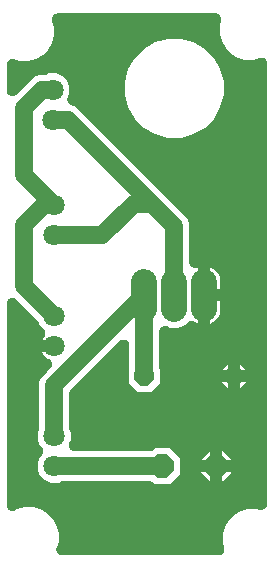
<source format=gbr>
G04 EAGLE Gerber RS-274X export*
G75*
%MOMM*%
%FSLAX34Y34*%
%LPD*%
%INBottom Copper*%
%IPPOS*%
%AMOC8*
5,1,8,0,0,1.08239X$1,22.5*%
G01*
%ADD10C,2.235200*%
%ADD11P,1.759533X8X202.500000*%
%ADD12C,1.800000*%
%ADD13P,2.199416X8X202.500000*%
%ADD14C,1.500000*%

G36*
X-114838Y-392926D02*
X-114838Y-392926D01*
X-114631Y-392922D01*
X-114522Y-392906D01*
X-114413Y-392899D01*
X-114210Y-392860D01*
X-114005Y-392830D01*
X-113900Y-392801D01*
X-113792Y-392780D01*
X-113595Y-392716D01*
X-113396Y-392660D01*
X-113296Y-392618D01*
X-113191Y-392583D01*
X-113004Y-392495D01*
X-112814Y-392414D01*
X-112720Y-392360D01*
X-112620Y-392313D01*
X-112446Y-392201D01*
X-112267Y-392097D01*
X-112180Y-392031D01*
X-112088Y-391972D01*
X-111929Y-391839D01*
X-111765Y-391714D01*
X-111687Y-391637D01*
X-111603Y-391567D01*
X-111462Y-391415D01*
X-111315Y-391270D01*
X-111247Y-391184D01*
X-111173Y-391103D01*
X-111052Y-390936D01*
X-110924Y-390773D01*
X-110868Y-390679D01*
X-110804Y-390590D01*
X-110706Y-390408D01*
X-110600Y-390230D01*
X-110556Y-390130D01*
X-110504Y-390034D01*
X-110429Y-389841D01*
X-110346Y-389651D01*
X-110316Y-389546D01*
X-110276Y-389444D01*
X-110226Y-389243D01*
X-110168Y-389045D01*
X-110151Y-388936D01*
X-110124Y-388830D01*
X-110101Y-388625D01*
X-110068Y-388421D01*
X-110064Y-388311D01*
X-110051Y-388203D01*
X-110054Y-387996D01*
X-110047Y-387789D01*
X-110057Y-387680D01*
X-110058Y-387570D01*
X-110086Y-387366D01*
X-110106Y-387160D01*
X-110132Y-387037D01*
X-110145Y-386944D01*
X-110177Y-386826D01*
X-110215Y-386646D01*
X-111521Y-381772D01*
X-111521Y-375148D01*
X-109806Y-368748D01*
X-106494Y-363011D01*
X-101809Y-358326D01*
X-96072Y-355014D01*
X-89672Y-353299D01*
X-83048Y-353299D01*
X-79954Y-354128D01*
X-79751Y-354169D01*
X-79550Y-354219D01*
X-79442Y-354231D01*
X-79334Y-354253D01*
X-79128Y-354268D01*
X-78923Y-354292D01*
X-78813Y-354290D01*
X-78704Y-354298D01*
X-78497Y-354287D01*
X-78290Y-354285D01*
X-78182Y-354270D01*
X-78073Y-354264D01*
X-77869Y-354227D01*
X-77664Y-354198D01*
X-77559Y-354170D01*
X-77451Y-354150D01*
X-77253Y-354087D01*
X-77054Y-354034D01*
X-76953Y-353992D01*
X-76848Y-353959D01*
X-76661Y-353872D01*
X-76470Y-353793D01*
X-76374Y-353739D01*
X-76275Y-353693D01*
X-76100Y-353583D01*
X-75920Y-353481D01*
X-75832Y-353415D01*
X-75740Y-353357D01*
X-75579Y-353225D01*
X-75414Y-353102D01*
X-75336Y-353026D01*
X-75251Y-352956D01*
X-75109Y-352806D01*
X-74960Y-352662D01*
X-74892Y-352576D01*
X-74817Y-352497D01*
X-74695Y-352330D01*
X-74566Y-352168D01*
X-74509Y-352074D01*
X-74444Y-351986D01*
X-74344Y-351805D01*
X-74236Y-351628D01*
X-74192Y-351528D01*
X-74139Y-351433D01*
X-74062Y-351240D01*
X-73978Y-351052D01*
X-73946Y-350947D01*
X-73906Y-350845D01*
X-73854Y-350645D01*
X-73794Y-350447D01*
X-73776Y-350339D01*
X-73749Y-350233D01*
X-73723Y-350027D01*
X-73688Y-349824D01*
X-73682Y-349698D01*
X-73670Y-349606D01*
X-73670Y-349482D01*
X-73661Y-349299D01*
X-73661Y23590D01*
X-73674Y23796D01*
X-73678Y24003D01*
X-73694Y24112D01*
X-73701Y24221D01*
X-73740Y24424D01*
X-73770Y24628D01*
X-73799Y24734D01*
X-73820Y24841D01*
X-73884Y25038D01*
X-73940Y25237D01*
X-73982Y25338D01*
X-74017Y25442D01*
X-74105Y25629D01*
X-74186Y25820D01*
X-74240Y25914D01*
X-74287Y26013D01*
X-74399Y26187D01*
X-74503Y26366D01*
X-74569Y26453D01*
X-74628Y26546D01*
X-74761Y26705D01*
X-74886Y26869D01*
X-74963Y26947D01*
X-75033Y27031D01*
X-75185Y27171D01*
X-75330Y27319D01*
X-75416Y27387D01*
X-75497Y27461D01*
X-75665Y27581D01*
X-75827Y27709D01*
X-75921Y27765D01*
X-76010Y27829D01*
X-76192Y27927D01*
X-76370Y28034D01*
X-76470Y28078D01*
X-76566Y28130D01*
X-76759Y28204D01*
X-76949Y28287D01*
X-77054Y28318D01*
X-77156Y28358D01*
X-77357Y28407D01*
X-77555Y28466D01*
X-77663Y28483D01*
X-77770Y28509D01*
X-77975Y28533D01*
X-78179Y28566D01*
X-78289Y28570D01*
X-78397Y28582D01*
X-78604Y28580D01*
X-78811Y28587D01*
X-78920Y28577D01*
X-79030Y28575D01*
X-79234Y28547D01*
X-79440Y28528D01*
X-79563Y28502D01*
X-79656Y28489D01*
X-79774Y28457D01*
X-79954Y28419D01*
X-85588Y26909D01*
X-92212Y26909D01*
X-98612Y28624D01*
X-104349Y31936D01*
X-109034Y36621D01*
X-112346Y42358D01*
X-114061Y48758D01*
X-114061Y55382D01*
X-112891Y59746D01*
X-112851Y59949D01*
X-112801Y60150D01*
X-112788Y60258D01*
X-112767Y60366D01*
X-112752Y60572D01*
X-112728Y60777D01*
X-112729Y60887D01*
X-112721Y60996D01*
X-112733Y61203D01*
X-112735Y61410D01*
X-112750Y61518D01*
X-112756Y61627D01*
X-112793Y61831D01*
X-112821Y62036D01*
X-112850Y62142D01*
X-112870Y62249D01*
X-112932Y62446D01*
X-112986Y62646D01*
X-113028Y62747D01*
X-113061Y62852D01*
X-113148Y63039D01*
X-113227Y63230D01*
X-113281Y63326D01*
X-113327Y63425D01*
X-113437Y63600D01*
X-113539Y63780D01*
X-113605Y63868D01*
X-113663Y63960D01*
X-113794Y64120D01*
X-113918Y64286D01*
X-113994Y64364D01*
X-114064Y64449D01*
X-114214Y64591D01*
X-114358Y64740D01*
X-114444Y64808D01*
X-114523Y64883D01*
X-114690Y65005D01*
X-114852Y65134D01*
X-114945Y65191D01*
X-115034Y65256D01*
X-115215Y65356D01*
X-115391Y65464D01*
X-115491Y65508D01*
X-115587Y65561D01*
X-115779Y65638D01*
X-115968Y65722D01*
X-116073Y65754D01*
X-116175Y65794D01*
X-116375Y65846D01*
X-116573Y65906D01*
X-116681Y65924D01*
X-116787Y65951D01*
X-116992Y65977D01*
X-117196Y66012D01*
X-117322Y66018D01*
X-117414Y66030D01*
X-117537Y66030D01*
X-117720Y66039D01*
X-250920Y66039D01*
X-251126Y66026D01*
X-251333Y66022D01*
X-251442Y66006D01*
X-251551Y65999D01*
X-251754Y65960D01*
X-251958Y65930D01*
X-252064Y65901D01*
X-252171Y65880D01*
X-252368Y65816D01*
X-252567Y65760D01*
X-252668Y65718D01*
X-252772Y65683D01*
X-252959Y65595D01*
X-253150Y65514D01*
X-253244Y65460D01*
X-253343Y65413D01*
X-253517Y65301D01*
X-253696Y65197D01*
X-253783Y65131D01*
X-253876Y65072D01*
X-254035Y64939D01*
X-254199Y64814D01*
X-254277Y64737D01*
X-254361Y64667D01*
X-254501Y64515D01*
X-254649Y64370D01*
X-254717Y64284D01*
X-254791Y64203D01*
X-254911Y64035D01*
X-255039Y63873D01*
X-255095Y63779D01*
X-255159Y63690D01*
X-255257Y63508D01*
X-255364Y63330D01*
X-255408Y63230D01*
X-255460Y63134D01*
X-255534Y62941D01*
X-255617Y62751D01*
X-255648Y62646D01*
X-255688Y62544D01*
X-255737Y62343D01*
X-255796Y62145D01*
X-255813Y62037D01*
X-255839Y61930D01*
X-255863Y61725D01*
X-255896Y61521D01*
X-255900Y61411D01*
X-255912Y61303D01*
X-255910Y61096D01*
X-255917Y60889D01*
X-255907Y60780D01*
X-255905Y60670D01*
X-255877Y60466D01*
X-255858Y60260D01*
X-255832Y60137D01*
X-255819Y60044D01*
X-255787Y59926D01*
X-255749Y59746D01*
X-254239Y54112D01*
X-254239Y47488D01*
X-255954Y41088D01*
X-259266Y35351D01*
X-263951Y30666D01*
X-269688Y27354D01*
X-276088Y25639D01*
X-282712Y25639D01*
X-288146Y27095D01*
X-288349Y27136D01*
X-288550Y27186D01*
X-288658Y27198D01*
X-288766Y27220D01*
X-288972Y27235D01*
X-289177Y27259D01*
X-289287Y27257D01*
X-289396Y27265D01*
X-289603Y27254D01*
X-289810Y27252D01*
X-289918Y27237D01*
X-290027Y27231D01*
X-290231Y27194D01*
X-290436Y27165D01*
X-290542Y27137D01*
X-290649Y27117D01*
X-290846Y27055D01*
X-291046Y27001D01*
X-291147Y26959D01*
X-291252Y26926D01*
X-291439Y26839D01*
X-291630Y26760D01*
X-291726Y26706D01*
X-291825Y26660D01*
X-292000Y26550D01*
X-292180Y26448D01*
X-292268Y26382D01*
X-292360Y26324D01*
X-292520Y26193D01*
X-292686Y26069D01*
X-292764Y25992D01*
X-292849Y25923D01*
X-292991Y25773D01*
X-293140Y25629D01*
X-293208Y25543D01*
X-293283Y25464D01*
X-293405Y25297D01*
X-293534Y25135D01*
X-293592Y25041D01*
X-293656Y24953D01*
X-293756Y24772D01*
X-293864Y24595D01*
X-293908Y24495D01*
X-293961Y24400D01*
X-294038Y24207D01*
X-294122Y24019D01*
X-294154Y23914D01*
X-294194Y23812D01*
X-294246Y23612D01*
X-294306Y23414D01*
X-294324Y23306D01*
X-294351Y23200D01*
X-294377Y22994D01*
X-294412Y22791D01*
X-294418Y22665D01*
X-294430Y22573D01*
X-294430Y22449D01*
X-294439Y22266D01*
X-294439Y852D01*
X-294423Y602D01*
X-294414Y350D01*
X-294403Y286D01*
X-294399Y221D01*
X-294352Y-25D01*
X-294311Y-273D01*
X-294292Y-336D01*
X-294280Y-400D01*
X-294202Y-639D01*
X-294130Y-879D01*
X-294104Y-938D01*
X-294083Y-1001D01*
X-293976Y-1228D01*
X-293874Y-1457D01*
X-293841Y-1513D01*
X-293813Y-1572D01*
X-293677Y-1783D01*
X-293548Y-1998D01*
X-293507Y-2049D01*
X-293472Y-2104D01*
X-293311Y-2296D01*
X-293155Y-2493D01*
X-293108Y-2539D01*
X-293067Y-2589D01*
X-292883Y-2760D01*
X-292703Y-2935D01*
X-292651Y-2975D01*
X-292603Y-3019D01*
X-292400Y-3165D01*
X-292199Y-3317D01*
X-292143Y-3350D01*
X-292090Y-3388D01*
X-291869Y-3507D01*
X-291651Y-3632D01*
X-291591Y-3657D01*
X-291534Y-3688D01*
X-291300Y-3778D01*
X-291068Y-3875D01*
X-291005Y-3892D01*
X-290944Y-3916D01*
X-290700Y-3976D01*
X-290458Y-4043D01*
X-290394Y-4052D01*
X-290330Y-4068D01*
X-290082Y-4096D01*
X-289833Y-4132D01*
X-289767Y-4133D01*
X-289703Y-4141D01*
X-289452Y-4138D01*
X-289201Y-4142D01*
X-289136Y-4134D01*
X-289070Y-4134D01*
X-288822Y-4099D01*
X-288572Y-4072D01*
X-288509Y-4056D01*
X-288444Y-4047D01*
X-288202Y-3982D01*
X-287958Y-3923D01*
X-287897Y-3899D01*
X-287834Y-3883D01*
X-287603Y-3787D01*
X-287367Y-3698D01*
X-287310Y-3667D01*
X-287250Y-3642D01*
X-287031Y-3518D01*
X-286810Y-3400D01*
X-286757Y-3362D01*
X-286700Y-3330D01*
X-286499Y-3179D01*
X-286295Y-3034D01*
X-286240Y-2985D01*
X-286194Y-2951D01*
X-286094Y-2853D01*
X-285904Y-2683D01*
X-285824Y-2602D01*
X-285823Y-2601D01*
X-271286Y11935D01*
X-266663Y13851D01*
X-262687Y13851D01*
X-262600Y13856D01*
X-262514Y13854D01*
X-262285Y13876D01*
X-262056Y13891D01*
X-261971Y13907D01*
X-261885Y13915D01*
X-261661Y13967D01*
X-261435Y14010D01*
X-261353Y14037D01*
X-261268Y14056D01*
X-260954Y14167D01*
X-260834Y14207D01*
X-260808Y14219D01*
X-260773Y14231D01*
X-258071Y15351D01*
X-252469Y15351D01*
X-247294Y13207D01*
X-243333Y9246D01*
X-241189Y4071D01*
X-241189Y-1531D01*
X-242654Y-5067D01*
X-242714Y-5242D01*
X-242783Y-5413D01*
X-242816Y-5541D01*
X-242858Y-5665D01*
X-242896Y-5846D01*
X-242942Y-6025D01*
X-242959Y-6156D01*
X-242986Y-6284D01*
X-243000Y-6468D01*
X-243024Y-6652D01*
X-243024Y-6783D01*
X-243034Y-6914D01*
X-243025Y-7099D01*
X-243025Y-7284D01*
X-243009Y-7414D01*
X-243002Y-7546D01*
X-242970Y-7728D01*
X-242947Y-7911D01*
X-242914Y-8038D01*
X-242891Y-8168D01*
X-242836Y-8344D01*
X-242790Y-8524D01*
X-242742Y-8646D01*
X-242703Y-8771D01*
X-242626Y-8939D01*
X-242557Y-9111D01*
X-242494Y-9227D01*
X-242439Y-9346D01*
X-242342Y-9502D01*
X-242252Y-9665D01*
X-242175Y-9771D01*
X-242106Y-9883D01*
X-241989Y-10026D01*
X-241880Y-10175D01*
X-241789Y-10271D01*
X-241707Y-10373D01*
X-241573Y-10500D01*
X-241446Y-10635D01*
X-241344Y-10719D01*
X-241249Y-10809D01*
X-241100Y-10919D01*
X-240957Y-11036D01*
X-240846Y-11106D01*
X-240740Y-11184D01*
X-240579Y-11274D01*
X-240422Y-11373D01*
X-240284Y-11439D01*
X-240188Y-11492D01*
X-240087Y-11533D01*
X-239948Y-11599D01*
X-235444Y-13465D01*
X-141735Y-107174D01*
X-139819Y-111797D01*
X-139819Y-144525D01*
X-139805Y-144742D01*
X-139800Y-144960D01*
X-139786Y-145058D01*
X-139779Y-145156D01*
X-139738Y-145370D01*
X-139706Y-145585D01*
X-139679Y-145680D01*
X-139660Y-145777D01*
X-139592Y-145984D01*
X-139533Y-146193D01*
X-139494Y-146284D01*
X-139463Y-146377D01*
X-139370Y-146574D01*
X-139285Y-146775D01*
X-139235Y-146859D01*
X-139193Y-146949D01*
X-139075Y-147132D01*
X-138965Y-147320D01*
X-138905Y-147398D01*
X-138852Y-147481D01*
X-138712Y-147648D01*
X-138579Y-147821D01*
X-138510Y-147890D01*
X-138447Y-147966D01*
X-138287Y-148114D01*
X-138133Y-148269D01*
X-138056Y-148329D01*
X-137983Y-148396D01*
X-137807Y-148523D01*
X-137635Y-148657D01*
X-137550Y-148707D01*
X-137470Y-148764D01*
X-137279Y-148868D01*
X-137091Y-148979D01*
X-137000Y-149018D01*
X-136914Y-149065D01*
X-136710Y-149143D01*
X-136511Y-149230D01*
X-136416Y-149257D01*
X-136324Y-149293D01*
X-136112Y-149345D01*
X-135903Y-149406D01*
X-135806Y-149421D01*
X-135710Y-149444D01*
X-135494Y-149470D01*
X-135279Y-149503D01*
X-135180Y-149506D01*
X-135083Y-149517D01*
X-134865Y-149515D01*
X-134647Y-149521D01*
X-134549Y-149512D01*
X-134450Y-149511D01*
X-134235Y-149481D01*
X-134018Y-149460D01*
X-133922Y-149438D01*
X-133824Y-149424D01*
X-133614Y-149367D01*
X-133402Y-149319D01*
X-133296Y-149282D01*
X-133214Y-149259D01*
X-133095Y-149210D01*
X-132907Y-149144D01*
X-131999Y-148768D01*
X-131999Y-172720D01*
X-131999Y-196672D01*
X-133080Y-196225D01*
X-134637Y-195326D01*
X-134668Y-195302D01*
X-134812Y-195205D01*
X-134951Y-195100D01*
X-135075Y-195029D01*
X-135193Y-194949D01*
X-135348Y-194872D01*
X-135499Y-194785D01*
X-135631Y-194730D01*
X-135758Y-194666D01*
X-135922Y-194608D01*
X-136083Y-194541D01*
X-136220Y-194504D01*
X-136354Y-194456D01*
X-136524Y-194420D01*
X-136692Y-194374D01*
X-136833Y-194353D01*
X-136972Y-194324D01*
X-137145Y-194309D01*
X-137318Y-194284D01*
X-137460Y-194282D01*
X-137602Y-194270D01*
X-137776Y-194277D01*
X-137950Y-194274D01*
X-138091Y-194290D01*
X-138233Y-194296D01*
X-138405Y-194325D01*
X-138578Y-194344D01*
X-138716Y-194378D01*
X-138856Y-194402D01*
X-139023Y-194452D01*
X-139192Y-194493D01*
X-139325Y-194544D01*
X-139461Y-194585D01*
X-139620Y-194656D01*
X-139783Y-194718D01*
X-139908Y-194785D01*
X-140038Y-194843D01*
X-140187Y-194934D01*
X-140341Y-195016D01*
X-140457Y-195098D01*
X-140578Y-195172D01*
X-140714Y-195281D01*
X-140856Y-195382D01*
X-140981Y-195494D01*
X-141072Y-195567D01*
X-141143Y-195639D01*
X-141246Y-195733D01*
X-143191Y-197678D01*
X-149166Y-200153D01*
X-155634Y-200153D01*
X-158307Y-199045D01*
X-158513Y-198975D01*
X-158716Y-198896D01*
X-158812Y-198873D01*
X-158905Y-198841D01*
X-159118Y-198797D01*
X-159330Y-198745D01*
X-159428Y-198733D01*
X-159524Y-198714D01*
X-159741Y-198697D01*
X-159957Y-198672D01*
X-160056Y-198673D01*
X-160154Y-198665D01*
X-160372Y-198676D01*
X-160590Y-198679D01*
X-160687Y-198692D01*
X-160786Y-198697D01*
X-161000Y-198735D01*
X-161216Y-198765D01*
X-161311Y-198791D01*
X-161408Y-198808D01*
X-161616Y-198873D01*
X-161826Y-198930D01*
X-161917Y-198967D01*
X-162011Y-198997D01*
X-162209Y-199088D01*
X-162410Y-199170D01*
X-162496Y-199219D01*
X-162586Y-199260D01*
X-162771Y-199375D01*
X-162960Y-199483D01*
X-163039Y-199542D01*
X-163123Y-199594D01*
X-163292Y-199731D01*
X-163466Y-199862D01*
X-163536Y-199930D01*
X-163613Y-199993D01*
X-163763Y-200150D01*
X-163920Y-200302D01*
X-163981Y-200379D01*
X-164049Y-200450D01*
X-164178Y-200625D01*
X-164314Y-200795D01*
X-164366Y-200880D01*
X-164424Y-200959D01*
X-164530Y-201149D01*
X-164644Y-201335D01*
X-164684Y-201425D01*
X-164732Y-201511D01*
X-164813Y-201713D01*
X-164902Y-201912D01*
X-164931Y-202006D01*
X-164967Y-202098D01*
X-165022Y-202308D01*
X-165086Y-202517D01*
X-165102Y-202614D01*
X-165127Y-202709D01*
X-165155Y-202925D01*
X-165192Y-203140D01*
X-165198Y-203252D01*
X-165208Y-203336D01*
X-165209Y-203465D01*
X-165219Y-203664D01*
X-165219Y-233130D01*
X-165212Y-233249D01*
X-165214Y-233368D01*
X-165192Y-233564D01*
X-165179Y-233761D01*
X-165157Y-233878D01*
X-165144Y-233997D01*
X-165097Y-234188D01*
X-165060Y-234382D01*
X-165023Y-234495D01*
X-164995Y-234611D01*
X-164925Y-234795D01*
X-164863Y-234982D01*
X-164812Y-235090D01*
X-164770Y-235202D01*
X-164677Y-235375D01*
X-164593Y-235553D01*
X-164591Y-235556D01*
X-164591Y-246771D01*
X-172329Y-254509D01*
X-183271Y-254509D01*
X-191009Y-246771D01*
X-191009Y-235545D01*
X-190956Y-235459D01*
X-190876Y-235279D01*
X-190787Y-235104D01*
X-190747Y-234991D01*
X-190698Y-234882D01*
X-190641Y-234694D01*
X-190574Y-234508D01*
X-190549Y-234392D01*
X-190514Y-234277D01*
X-190481Y-234083D01*
X-190439Y-233891D01*
X-190428Y-233772D01*
X-190408Y-233654D01*
X-190395Y-233401D01*
X-190382Y-233261D01*
X-190385Y-233203D01*
X-190381Y-233130D01*
X-190381Y-215162D01*
X-190397Y-214912D01*
X-190406Y-214661D01*
X-190417Y-214596D01*
X-190421Y-214531D01*
X-190468Y-214285D01*
X-190509Y-214038D01*
X-190528Y-213975D01*
X-190540Y-213910D01*
X-190618Y-213672D01*
X-190690Y-213432D01*
X-190716Y-213372D01*
X-190737Y-213309D01*
X-190844Y-213083D01*
X-190945Y-212854D01*
X-190979Y-212798D01*
X-191007Y-212738D01*
X-191143Y-212527D01*
X-191272Y-212313D01*
X-191313Y-212261D01*
X-191348Y-212206D01*
X-191509Y-212014D01*
X-191664Y-211817D01*
X-191711Y-211771D01*
X-191753Y-211721D01*
X-191937Y-211550D01*
X-192116Y-211375D01*
X-192168Y-211335D01*
X-192217Y-211291D01*
X-192420Y-211145D01*
X-192620Y-210994D01*
X-192677Y-210961D01*
X-192730Y-210923D01*
X-192950Y-210804D01*
X-193168Y-210679D01*
X-193229Y-210653D01*
X-193286Y-210622D01*
X-193520Y-210532D01*
X-193751Y-210435D01*
X-193815Y-210418D01*
X-193876Y-210394D01*
X-194119Y-210334D01*
X-194361Y-210268D01*
X-194426Y-210258D01*
X-194490Y-210242D01*
X-194738Y-210214D01*
X-194986Y-210178D01*
X-195052Y-210177D01*
X-195117Y-210169D01*
X-195367Y-210172D01*
X-195618Y-210168D01*
X-195684Y-210176D01*
X-195750Y-210176D01*
X-195997Y-210210D01*
X-196247Y-210238D01*
X-196311Y-210254D01*
X-196376Y-210263D01*
X-196617Y-210328D01*
X-196861Y-210387D01*
X-196923Y-210410D01*
X-196986Y-210428D01*
X-197218Y-210523D01*
X-197452Y-210612D01*
X-197510Y-210643D01*
X-197570Y-210668D01*
X-197789Y-210792D01*
X-198009Y-210910D01*
X-198063Y-210948D01*
X-198120Y-210980D01*
X-198321Y-211131D01*
X-198525Y-211276D01*
X-198579Y-211325D01*
X-198626Y-211359D01*
X-198726Y-211457D01*
X-198915Y-211627D01*
X-239955Y-252667D01*
X-240034Y-252756D01*
X-240120Y-252839D01*
X-240243Y-252993D01*
X-240373Y-253141D01*
X-240440Y-253240D01*
X-240514Y-253333D01*
X-240617Y-253501D01*
X-240727Y-253664D01*
X-240781Y-253771D01*
X-240844Y-253873D01*
X-240924Y-254052D01*
X-241013Y-254228D01*
X-241053Y-254341D01*
X-241102Y-254450D01*
X-241159Y-254638D01*
X-241226Y-254824D01*
X-241251Y-254940D01*
X-241286Y-255054D01*
X-241319Y-255249D01*
X-241361Y-255441D01*
X-241372Y-255560D01*
X-241392Y-255678D01*
X-241405Y-255931D01*
X-241418Y-256071D01*
X-241415Y-256128D01*
X-241419Y-256202D01*
X-241419Y-284683D01*
X-241414Y-284770D01*
X-241416Y-284856D01*
X-241394Y-285085D01*
X-241379Y-285314D01*
X-241363Y-285399D01*
X-241355Y-285485D01*
X-241303Y-285709D01*
X-241260Y-285935D01*
X-241233Y-286017D01*
X-241214Y-286102D01*
X-241103Y-286416D01*
X-241063Y-286536D01*
X-241051Y-286562D01*
X-241039Y-286597D01*
X-239919Y-289299D01*
X-239919Y-294901D01*
X-241206Y-298007D01*
X-241276Y-298213D01*
X-241355Y-298416D01*
X-241378Y-298512D01*
X-241410Y-298605D01*
X-241454Y-298818D01*
X-241506Y-299030D01*
X-241518Y-299128D01*
X-241538Y-299224D01*
X-241554Y-299441D01*
X-241579Y-299657D01*
X-241578Y-299756D01*
X-241586Y-299854D01*
X-241575Y-300072D01*
X-241573Y-300290D01*
X-241559Y-300387D01*
X-241554Y-300486D01*
X-241516Y-300700D01*
X-241486Y-300916D01*
X-241461Y-301011D01*
X-241443Y-301108D01*
X-241378Y-301316D01*
X-241321Y-301526D01*
X-241284Y-301617D01*
X-241255Y-301711D01*
X-241164Y-301909D01*
X-241081Y-302110D01*
X-241032Y-302196D01*
X-240991Y-302286D01*
X-240876Y-302471D01*
X-240769Y-302660D01*
X-240709Y-302739D01*
X-240657Y-302823D01*
X-240520Y-302992D01*
X-240389Y-303166D01*
X-240321Y-303236D01*
X-240259Y-303313D01*
X-240101Y-303463D01*
X-239950Y-303620D01*
X-239872Y-303681D01*
X-239801Y-303749D01*
X-239626Y-303878D01*
X-239456Y-304014D01*
X-239372Y-304066D01*
X-239292Y-304124D01*
X-239102Y-304230D01*
X-238916Y-304344D01*
X-238826Y-304384D01*
X-238740Y-304432D01*
X-238538Y-304513D01*
X-238339Y-304602D01*
X-238245Y-304631D01*
X-238154Y-304667D01*
X-237943Y-304722D01*
X-237735Y-304786D01*
X-237637Y-304802D01*
X-237542Y-304827D01*
X-237326Y-304855D01*
X-237111Y-304892D01*
X-236999Y-304898D01*
X-236915Y-304908D01*
X-236786Y-304909D01*
X-236587Y-304919D01*
X-173604Y-304919D01*
X-173485Y-304912D01*
X-173365Y-304914D01*
X-173169Y-304892D01*
X-172973Y-304879D01*
X-172856Y-304857D01*
X-172737Y-304844D01*
X-172546Y-304797D01*
X-172352Y-304760D01*
X-172239Y-304723D01*
X-172123Y-304695D01*
X-171939Y-304625D01*
X-171751Y-304563D01*
X-171643Y-304512D01*
X-171532Y-304470D01*
X-171359Y-304377D01*
X-171180Y-304293D01*
X-171080Y-304228D01*
X-170974Y-304172D01*
X-170814Y-304058D01*
X-170648Y-303952D01*
X-170556Y-303875D01*
X-170459Y-303806D01*
X-170270Y-303636D01*
X-170163Y-303547D01*
X-170123Y-303504D01*
X-170069Y-303455D01*
X-168873Y-302259D01*
X-156247Y-302259D01*
X-147319Y-311187D01*
X-147319Y-323813D01*
X-156247Y-332741D01*
X-168873Y-332741D01*
X-170069Y-331545D01*
X-170158Y-331466D01*
X-170241Y-331380D01*
X-170395Y-331257D01*
X-170543Y-331127D01*
X-170642Y-331060D01*
X-170735Y-330986D01*
X-170903Y-330883D01*
X-171066Y-330773D01*
X-171173Y-330719D01*
X-171275Y-330656D01*
X-171454Y-330576D01*
X-171630Y-330487D01*
X-171743Y-330447D01*
X-171851Y-330398D01*
X-172040Y-330341D01*
X-172225Y-330274D01*
X-172342Y-330249D01*
X-172456Y-330214D01*
X-172651Y-330181D01*
X-172843Y-330139D01*
X-172962Y-330128D01*
X-173079Y-330108D01*
X-173333Y-330095D01*
X-173472Y-330082D01*
X-173530Y-330085D01*
X-173604Y-330081D01*
X-246583Y-330081D01*
X-246670Y-330086D01*
X-246756Y-330084D01*
X-246985Y-330106D01*
X-247214Y-330121D01*
X-247299Y-330137D01*
X-247385Y-330145D01*
X-247609Y-330197D01*
X-247835Y-330240D01*
X-247917Y-330267D01*
X-248002Y-330286D01*
X-248316Y-330397D01*
X-248436Y-330437D01*
X-248462Y-330449D01*
X-248497Y-330461D01*
X-251199Y-331581D01*
X-256801Y-331581D01*
X-261976Y-329437D01*
X-265937Y-325476D01*
X-268081Y-320301D01*
X-268081Y-314699D01*
X-265937Y-309524D01*
X-264748Y-308335D01*
X-264626Y-308196D01*
X-264497Y-308064D01*
X-264417Y-307959D01*
X-264330Y-307861D01*
X-264226Y-307707D01*
X-264115Y-307560D01*
X-264050Y-307446D01*
X-263976Y-307337D01*
X-263892Y-307172D01*
X-263800Y-307012D01*
X-263749Y-306891D01*
X-263690Y-306774D01*
X-263628Y-306599D01*
X-263557Y-306429D01*
X-263522Y-306302D01*
X-263478Y-306178D01*
X-263438Y-305998D01*
X-263389Y-305819D01*
X-263370Y-305689D01*
X-263342Y-305561D01*
X-263326Y-305377D01*
X-263299Y-305193D01*
X-263297Y-305062D01*
X-263286Y-304931D01*
X-263292Y-304746D01*
X-263290Y-304561D01*
X-263304Y-304431D01*
X-263309Y-304300D01*
X-263339Y-304117D01*
X-263360Y-303933D01*
X-263391Y-303805D01*
X-263412Y-303676D01*
X-263465Y-303499D01*
X-263508Y-303319D01*
X-263555Y-303196D01*
X-263593Y-303070D01*
X-263667Y-302901D01*
X-263733Y-302728D01*
X-263795Y-302612D01*
X-263848Y-302492D01*
X-263944Y-302334D01*
X-264031Y-302171D01*
X-264107Y-302064D01*
X-264175Y-301951D01*
X-264290Y-301806D01*
X-264397Y-301655D01*
X-264500Y-301541D01*
X-264567Y-301455D01*
X-264645Y-301379D01*
X-264748Y-301265D01*
X-265937Y-300076D01*
X-268081Y-294901D01*
X-268081Y-289299D01*
X-266961Y-286597D01*
X-266933Y-286515D01*
X-266898Y-286436D01*
X-266831Y-286216D01*
X-266757Y-285998D01*
X-266739Y-285914D01*
X-266714Y-285831D01*
X-266676Y-285604D01*
X-266629Y-285379D01*
X-266623Y-285293D01*
X-266608Y-285208D01*
X-266591Y-284875D01*
X-266581Y-284749D01*
X-266583Y-284720D01*
X-266581Y-284683D01*
X-266581Y-246417D01*
X-264665Y-241794D01*
X-260424Y-237552D01*
X-260423Y-237551D01*
X-257355Y-234484D01*
X-257211Y-234320D01*
X-257061Y-234162D01*
X-257003Y-234083D01*
X-256938Y-234009D01*
X-256816Y-233829D01*
X-256686Y-233654D01*
X-256638Y-233567D01*
X-256583Y-233486D01*
X-256485Y-233292D01*
X-256378Y-233101D01*
X-256342Y-233010D01*
X-256297Y-232922D01*
X-256224Y-232717D01*
X-256143Y-232515D01*
X-256118Y-232420D01*
X-256085Y-232327D01*
X-256038Y-232114D01*
X-255983Y-231903D01*
X-255970Y-231806D01*
X-255949Y-231710D01*
X-255930Y-231493D01*
X-255902Y-231276D01*
X-255902Y-231178D01*
X-255893Y-231080D01*
X-255901Y-230862D01*
X-255900Y-230644D01*
X-255913Y-230547D01*
X-255916Y-230448D01*
X-255952Y-230233D01*
X-255979Y-230017D01*
X-256003Y-229922D01*
X-256019Y-229825D01*
X-256082Y-229616D01*
X-256136Y-229405D01*
X-256172Y-229313D01*
X-256200Y-229219D01*
X-256288Y-229019D01*
X-256368Y-228817D01*
X-256416Y-228731D01*
X-256456Y-228641D01*
X-256568Y-228454D01*
X-256673Y-228264D01*
X-256731Y-228184D01*
X-256782Y-228100D01*
X-256917Y-227929D01*
X-257046Y-227753D01*
X-257114Y-227681D01*
X-257175Y-227604D01*
X-257330Y-227452D01*
X-257480Y-227293D01*
X-257556Y-227231D01*
X-257626Y-227162D01*
X-257800Y-227030D01*
X-257968Y-226892D01*
X-258052Y-226840D01*
X-258130Y-226780D01*
X-258319Y-226672D01*
X-258504Y-226556D01*
X-258605Y-226508D01*
X-258678Y-226465D01*
X-258797Y-226416D01*
X-258977Y-226330D01*
X-259115Y-226273D01*
X-260426Y-225516D01*
X-261626Y-224595D01*
X-262695Y-223526D01*
X-263616Y-222326D01*
X-264373Y-221015D01*
X-264421Y-220899D01*
X-254000Y-220899D01*
X-253816Y-220888D01*
X-253631Y-220886D01*
X-253501Y-220868D01*
X-253370Y-220859D01*
X-253188Y-220825D01*
X-253005Y-220799D01*
X-252878Y-220765D01*
X-252749Y-220740D01*
X-252573Y-220683D01*
X-252394Y-220634D01*
X-252273Y-220585D01*
X-252148Y-220544D01*
X-251981Y-220464D01*
X-251810Y-220394D01*
X-251696Y-220329D01*
X-251577Y-220273D01*
X-251421Y-220173D01*
X-251260Y-220082D01*
X-251155Y-220003D01*
X-251045Y-219932D01*
X-250902Y-219813D01*
X-250755Y-219702D01*
X-250660Y-219611D01*
X-250559Y-219527D01*
X-250434Y-219391D01*
X-250301Y-219263D01*
X-250219Y-219160D01*
X-250129Y-219064D01*
X-250022Y-218913D01*
X-249906Y-218769D01*
X-249837Y-218656D01*
X-249761Y-218550D01*
X-249673Y-218387D01*
X-249577Y-218229D01*
X-249523Y-218109D01*
X-249461Y-217994D01*
X-249394Y-217821D01*
X-249318Y-217652D01*
X-249280Y-217527D01*
X-249233Y-217404D01*
X-249188Y-217225D01*
X-249135Y-217048D01*
X-249113Y-216918D01*
X-249081Y-216791D01*
X-249060Y-216607D01*
X-249029Y-216424D01*
X-249021Y-216271D01*
X-249008Y-216163D01*
X-249008Y-216162D01*
X-249009Y-216054D01*
X-249001Y-215900D01*
X-249013Y-215715D01*
X-249015Y-215530D01*
X-249033Y-215400D01*
X-249041Y-215269D01*
X-249076Y-215087D01*
X-249101Y-214904D01*
X-249135Y-214777D01*
X-249160Y-214648D01*
X-249218Y-214472D01*
X-249266Y-214294D01*
X-249316Y-214173D01*
X-249357Y-214048D01*
X-249436Y-213880D01*
X-249507Y-213709D01*
X-249571Y-213595D01*
X-249628Y-213476D01*
X-249728Y-213320D01*
X-249819Y-213160D01*
X-249898Y-213055D01*
X-249968Y-212944D01*
X-250087Y-212802D01*
X-250198Y-212654D01*
X-250289Y-212560D01*
X-250374Y-212459D01*
X-250509Y-212333D01*
X-250638Y-212200D01*
X-250741Y-212118D01*
X-250837Y-212029D01*
X-250987Y-211921D01*
X-251132Y-211806D01*
X-251244Y-211737D01*
X-251351Y-211661D01*
X-251513Y-211573D01*
X-251671Y-211476D01*
X-251791Y-211422D01*
X-251907Y-211360D01*
X-252079Y-211293D01*
X-252248Y-211218D01*
X-252374Y-211180D01*
X-252496Y-211132D01*
X-252676Y-211088D01*
X-252853Y-211034D01*
X-252983Y-211012D01*
X-253110Y-210981D01*
X-253293Y-210959D01*
X-253476Y-210928D01*
X-253630Y-210920D01*
X-253738Y-210907D01*
X-253847Y-210909D01*
X-254000Y-210901D01*
X-264421Y-210901D01*
X-264373Y-210785D01*
X-263616Y-209474D01*
X-262518Y-208043D01*
X-262421Y-207898D01*
X-262316Y-207759D01*
X-262244Y-207636D01*
X-262165Y-207518D01*
X-262087Y-207363D01*
X-262001Y-207211D01*
X-261946Y-207080D01*
X-261882Y-206953D01*
X-261824Y-206788D01*
X-261757Y-206628D01*
X-261720Y-206491D01*
X-261672Y-206357D01*
X-261636Y-206186D01*
X-261590Y-206019D01*
X-261569Y-205878D01*
X-261540Y-205739D01*
X-261525Y-205565D01*
X-261500Y-205393D01*
X-261498Y-205250D01*
X-261486Y-205109D01*
X-261493Y-204935D01*
X-261490Y-204761D01*
X-261506Y-204619D01*
X-261512Y-204477D01*
X-261541Y-204306D01*
X-261560Y-204133D01*
X-261594Y-203994D01*
X-261618Y-203854D01*
X-261668Y-203688D01*
X-261709Y-203518D01*
X-261760Y-203385D01*
X-261801Y-203249D01*
X-261872Y-203090D01*
X-261934Y-202928D01*
X-262001Y-202802D01*
X-262059Y-202672D01*
X-262150Y-202523D01*
X-262232Y-202370D01*
X-262314Y-202254D01*
X-262388Y-202132D01*
X-262497Y-201996D01*
X-262598Y-201855D01*
X-262710Y-201729D01*
X-262783Y-201639D01*
X-262855Y-201568D01*
X-262949Y-201464D01*
X-265937Y-198476D01*
X-267057Y-195773D01*
X-267095Y-195696D01*
X-267125Y-195615D01*
X-267233Y-195413D01*
X-267335Y-195206D01*
X-267383Y-195134D01*
X-267423Y-195057D01*
X-267556Y-194870D01*
X-267683Y-194678D01*
X-267739Y-194612D01*
X-267789Y-194542D01*
X-268011Y-194295D01*
X-268094Y-194198D01*
X-268116Y-194178D01*
X-268140Y-194152D01*
X-285905Y-176387D01*
X-286093Y-176221D01*
X-286277Y-176051D01*
X-286330Y-176012D01*
X-286379Y-175969D01*
X-286587Y-175828D01*
X-286790Y-175683D01*
X-286848Y-175651D01*
X-286903Y-175614D01*
X-287127Y-175501D01*
X-287346Y-175382D01*
X-287408Y-175358D01*
X-287466Y-175329D01*
X-287702Y-175244D01*
X-287936Y-175154D01*
X-288000Y-175138D01*
X-288062Y-175116D01*
X-288306Y-175063D01*
X-288550Y-175002D01*
X-288615Y-174995D01*
X-288679Y-174981D01*
X-288929Y-174958D01*
X-289177Y-174929D01*
X-289243Y-174930D01*
X-289309Y-174924D01*
X-289560Y-174934D01*
X-289810Y-174936D01*
X-289874Y-174945D01*
X-289940Y-174948D01*
X-290188Y-174988D01*
X-290436Y-175023D01*
X-290499Y-175040D01*
X-290564Y-175051D01*
X-290804Y-175122D01*
X-291046Y-175188D01*
X-291107Y-175213D01*
X-291170Y-175231D01*
X-291399Y-175333D01*
X-291630Y-175428D01*
X-291688Y-175461D01*
X-291748Y-175487D01*
X-291962Y-175617D01*
X-292180Y-175740D01*
X-292233Y-175780D01*
X-292289Y-175814D01*
X-292486Y-175969D01*
X-292686Y-176119D01*
X-292733Y-176165D01*
X-292785Y-176206D01*
X-292960Y-176385D01*
X-293140Y-176559D01*
X-293181Y-176611D01*
X-293227Y-176658D01*
X-293378Y-176857D01*
X-293534Y-177053D01*
X-293569Y-177109D01*
X-293608Y-177162D01*
X-293733Y-177379D01*
X-293864Y-177593D01*
X-293890Y-177653D01*
X-293923Y-177710D01*
X-294020Y-177941D01*
X-294122Y-178170D01*
X-294141Y-178232D01*
X-294167Y-178293D01*
X-294233Y-178535D01*
X-294306Y-178774D01*
X-294317Y-178839D01*
X-294334Y-178903D01*
X-294370Y-179151D01*
X-294412Y-179397D01*
X-294416Y-179471D01*
X-294424Y-179528D01*
X-294426Y-179668D01*
X-294439Y-179922D01*
X-294439Y-350361D01*
X-294425Y-350589D01*
X-294418Y-350817D01*
X-294405Y-350904D01*
X-294399Y-350991D01*
X-294356Y-351216D01*
X-294321Y-351442D01*
X-294297Y-351526D01*
X-294280Y-351612D01*
X-294209Y-351829D01*
X-294145Y-352049D01*
X-294111Y-352130D01*
X-294083Y-352213D01*
X-293985Y-352420D01*
X-293895Y-352629D01*
X-293850Y-352705D01*
X-293813Y-352784D01*
X-293689Y-352977D01*
X-293573Y-353173D01*
X-293519Y-353243D01*
X-293472Y-353316D01*
X-293325Y-353492D01*
X-293185Y-353672D01*
X-293123Y-353734D01*
X-293067Y-353802D01*
X-292899Y-353957D01*
X-292737Y-354119D01*
X-292668Y-354172D01*
X-292603Y-354232D01*
X-292418Y-354365D01*
X-292236Y-354505D01*
X-292161Y-354549D01*
X-292090Y-354600D01*
X-291889Y-354708D01*
X-291691Y-354824D01*
X-291611Y-354859D01*
X-291534Y-354900D01*
X-291320Y-354983D01*
X-291110Y-355073D01*
X-291026Y-355097D01*
X-290944Y-355128D01*
X-290722Y-355183D01*
X-290502Y-355246D01*
X-290416Y-355259D01*
X-290330Y-355280D01*
X-290103Y-355306D01*
X-289877Y-355341D01*
X-289790Y-355343D01*
X-289703Y-355353D01*
X-289474Y-355350D01*
X-289245Y-355356D01*
X-289158Y-355347D01*
X-289070Y-355346D01*
X-288844Y-355315D01*
X-288616Y-355292D01*
X-288531Y-355272D01*
X-288444Y-355260D01*
X-288223Y-355200D01*
X-288001Y-355148D01*
X-287919Y-355118D01*
X-287834Y-355095D01*
X-287623Y-355008D01*
X-287408Y-354928D01*
X-287320Y-354883D01*
X-287250Y-354854D01*
X-287133Y-354788D01*
X-286940Y-354690D01*
X-285302Y-353744D01*
X-278902Y-352029D01*
X-272278Y-352029D01*
X-265878Y-353744D01*
X-260141Y-357056D01*
X-255456Y-361741D01*
X-252144Y-367478D01*
X-250429Y-373878D01*
X-250429Y-380502D01*
X-252075Y-386646D01*
X-252116Y-386849D01*
X-252166Y-387050D01*
X-252179Y-387158D01*
X-252200Y-387266D01*
X-252215Y-387472D01*
X-252239Y-387677D01*
X-252238Y-387787D01*
X-252246Y-387896D01*
X-252234Y-388103D01*
X-252232Y-388310D01*
X-252217Y-388418D01*
X-252211Y-388527D01*
X-252174Y-388731D01*
X-252146Y-388936D01*
X-252117Y-389041D01*
X-252097Y-389149D01*
X-252035Y-389346D01*
X-251981Y-389546D01*
X-251939Y-389647D01*
X-251906Y-389752D01*
X-251819Y-389939D01*
X-251740Y-390130D01*
X-251686Y-390226D01*
X-251640Y-390325D01*
X-251530Y-390500D01*
X-251428Y-390680D01*
X-251362Y-390768D01*
X-251304Y-390860D01*
X-251173Y-391020D01*
X-251049Y-391186D01*
X-250973Y-391264D01*
X-250903Y-391349D01*
X-250753Y-391491D01*
X-250609Y-391640D01*
X-250523Y-391708D01*
X-250444Y-391783D01*
X-250277Y-391905D01*
X-250115Y-392034D01*
X-250022Y-392091D01*
X-249933Y-392156D01*
X-249752Y-392256D01*
X-249576Y-392364D01*
X-249476Y-392408D01*
X-249380Y-392461D01*
X-249188Y-392537D01*
X-248999Y-392622D01*
X-248894Y-392654D01*
X-248792Y-392694D01*
X-248592Y-392746D01*
X-248394Y-392806D01*
X-248286Y-392824D01*
X-248180Y-392851D01*
X-247975Y-392877D01*
X-247771Y-392912D01*
X-247645Y-392918D01*
X-247553Y-392930D01*
X-247430Y-392930D01*
X-247247Y-392939D01*
X-115044Y-392939D01*
X-114838Y-392926D01*
G37*
%LPC*%
G36*
X-157918Y-39371D02*
X-157918Y-39371D01*
X-168577Y-36515D01*
X-178134Y-30997D01*
X-185937Y-23194D01*
X-191455Y-13637D01*
X-194311Y-2978D01*
X-194311Y8058D01*
X-191455Y18717D01*
X-185937Y28274D01*
X-178134Y36077D01*
X-168577Y41595D01*
X-157918Y44451D01*
X-146882Y44451D01*
X-136223Y41595D01*
X-126666Y36077D01*
X-118863Y28274D01*
X-113345Y18717D01*
X-110489Y8058D01*
X-110489Y-2978D01*
X-113345Y-13637D01*
X-118863Y-23194D01*
X-126666Y-30997D01*
X-136223Y-36515D01*
X-146882Y-39371D01*
X-157918Y-39371D01*
G37*
%LPD*%
%LPC*%
G36*
X-122001Y-177719D02*
X-122001Y-177719D01*
X-113283Y-177719D01*
X-113283Y-184795D01*
X-113518Y-186578D01*
X-113983Y-188314D01*
X-114671Y-189976D01*
X-115570Y-191533D01*
X-116665Y-192960D01*
X-117936Y-194231D01*
X-119363Y-195326D01*
X-120920Y-196225D01*
X-122001Y-196672D01*
X-122001Y-177719D01*
G37*
%LPD*%
%LPC*%
G36*
X-122001Y-167721D02*
X-122001Y-167721D01*
X-122001Y-148768D01*
X-120920Y-149215D01*
X-119363Y-150114D01*
X-117936Y-151209D01*
X-116665Y-152480D01*
X-115570Y-153907D01*
X-114671Y-155464D01*
X-113983Y-157126D01*
X-113518Y-158862D01*
X-113283Y-160645D01*
X-113283Y-167721D01*
X-122001Y-167721D01*
G37*
%LPD*%
%LPC*%
G36*
X-122101Y-330201D02*
X-122101Y-330201D01*
X-129541Y-322761D01*
X-129541Y-322499D01*
X-121839Y-322499D01*
X-121839Y-330201D01*
X-122101Y-330201D01*
G37*
%LPD*%
%LPC*%
G36*
X-129541Y-312501D02*
X-129541Y-312501D01*
X-129541Y-312239D01*
X-122101Y-304799D01*
X-121839Y-304799D01*
X-121839Y-312501D01*
X-129541Y-312501D01*
G37*
%LPD*%
%LPC*%
G36*
X-111841Y-330201D02*
X-111841Y-330201D01*
X-111841Y-322499D01*
X-104139Y-322499D01*
X-104139Y-322761D01*
X-111579Y-330201D01*
X-111841Y-330201D01*
G37*
%LPD*%
%LPC*%
G36*
X-111841Y-312501D02*
X-111841Y-312501D01*
X-111841Y-304799D01*
X-111579Y-304799D01*
X-104139Y-312239D01*
X-104139Y-312501D01*
X-111841Y-312501D01*
G37*
%LPD*%
%LPC*%
G36*
X-111688Y-246299D02*
X-111688Y-246299D01*
X-106599Y-246299D01*
X-106599Y-251388D01*
X-111688Y-246299D01*
G37*
%LPD*%
%LPC*%
G36*
X-111688Y-236301D02*
X-111688Y-236301D01*
X-106599Y-231212D01*
X-106599Y-236301D01*
X-111688Y-236301D01*
G37*
%LPD*%
%LPC*%
G36*
X-96601Y-246299D02*
X-96601Y-246299D01*
X-91512Y-246299D01*
X-96601Y-251388D01*
X-96601Y-246299D01*
G37*
%LPD*%
%LPC*%
G36*
X-96601Y-236301D02*
X-96601Y-236301D01*
X-96601Y-231212D01*
X-91512Y-236301D01*
X-96601Y-236301D01*
G37*
%LPD*%
D10*
X-177800Y-183896D02*
X-177800Y-161544D01*
X-152400Y-161544D02*
X-152400Y-183896D01*
X-127000Y-183896D02*
X-127000Y-161544D01*
D11*
X-101600Y-241300D03*
X-177800Y-241300D03*
D12*
X-254000Y-292100D03*
X-254000Y-317500D03*
X-255270Y1270D03*
X-255270Y-24130D03*
D13*
X-116840Y-317500D03*
X-162560Y-317500D03*
D12*
X-254000Y-215900D03*
X-254000Y-190500D03*
X-254000Y-96520D03*
X-254000Y-121920D03*
D14*
X-177800Y-172720D02*
X-177800Y-241300D01*
X-177800Y-172720D02*
X-254000Y-248920D01*
X-254000Y-292100D01*
X-255270Y1270D02*
X-264160Y1270D01*
X-279400Y-13970D01*
X-262890Y-96520D02*
X-254000Y-96520D01*
X-262890Y-96520D02*
X-279400Y-113030D01*
X-279400Y-165100D01*
X-254000Y-190500D01*
X-254000Y-96520D02*
X-279400Y-71120D01*
X-279400Y-13970D01*
X-254000Y-317500D02*
X-162560Y-317500D01*
X-171450Y-95250D02*
X-242570Y-24130D01*
X-255270Y-24130D01*
X-171450Y-95250D02*
X-152400Y-114300D01*
X-152400Y-172720D01*
X-213360Y-121920D02*
X-254000Y-121920D01*
X-186690Y-95250D02*
X-171450Y-95250D01*
X-186690Y-95250D02*
X-213360Y-121920D01*
M02*

</source>
